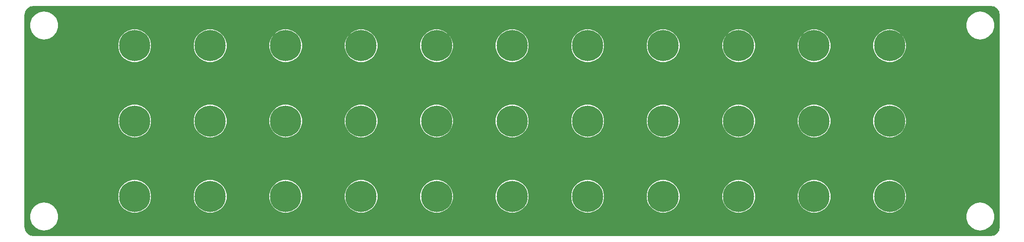
<source format=gbr>
G04 EAGLE Gerber RS-274X export*
G75*
%MOMM*%
%FSLAX34Y34*%
%LPD*%
%INTop Copper*%
%IPPOS*%
%AMOC8*
5,1,8,0,0,1.08239X$1,22.5*%
G01*
G04 Define Apertures*
%ADD10C,6.200000*%
G36*
X1700198Y-79365D02*
X1700000Y-79385D01*
X-200000Y-79385D01*
X-200198Y-79365D01*
X-207110Y-77990D01*
X-207477Y-77838D01*
X-213336Y-73923D01*
X-213617Y-73643D01*
X-217532Y-67783D01*
X-217684Y-67417D01*
X-219058Y-60505D01*
X-219078Y-60307D01*
X-219078Y360307D01*
X-219058Y360505D01*
X-217684Y367417D01*
X-217532Y367783D01*
X-213617Y373643D01*
X-213336Y373923D01*
X-207477Y377838D01*
X-207110Y377990D01*
X-200198Y379365D01*
X-200000Y379385D01*
X1700000Y379385D01*
X1700198Y379365D01*
X1707110Y377990D01*
X1707477Y377838D01*
X1713336Y373923D01*
X1713617Y373643D01*
X1717532Y367783D01*
X1717684Y367417D01*
X1719058Y360505D01*
X1719078Y360307D01*
X1719078Y-60307D01*
X1719058Y-60505D01*
X1717684Y-67417D01*
X1717532Y-67783D01*
X1713617Y-73643D01*
X1713336Y-73923D01*
X1707477Y-77838D01*
X1707110Y-77990D01*
X1700198Y-79365D01*
G37*
%LPC*%
G36*
X-189524Y314141D02*
X-180000Y312462D01*
X-170476Y314141D01*
X-162102Y318976D01*
X-155885Y326384D01*
X-152578Y335471D01*
X-152578Y345142D01*
X-155885Y354229D01*
X-162102Y361637D01*
X-170476Y366472D01*
X-180000Y368152D01*
X-189524Y366472D01*
X-197898Y361637D01*
X-204115Y354229D01*
X-207422Y345142D01*
X-207422Y335471D01*
X-204115Y326384D01*
X-197898Y318976D01*
X-189524Y314141D01*
G37*
G36*
X1670476Y314141D02*
X1680000Y312462D01*
X1689524Y314141D01*
X1697898Y318976D01*
X1704115Y326384D01*
X1707422Y335471D01*
X1707422Y345142D01*
X1704115Y354229D01*
X1697898Y361637D01*
X1689524Y366472D01*
X1680000Y368152D01*
X1670476Y366472D01*
X1662102Y361637D01*
X1655885Y354229D01*
X1652578Y345142D01*
X1652578Y335471D01*
X1655885Y326384D01*
X1662102Y318976D01*
X1670476Y314141D01*
G37*
G36*
X1495718Y267476D02*
X1504282Y267476D01*
X1512554Y269692D01*
X1519970Y273974D01*
X1526026Y280030D01*
X1530308Y287446D01*
X1532524Y295718D01*
X1532524Y304282D01*
X1530308Y312554D01*
X1526026Y319970D01*
X1519970Y326026D01*
X1512554Y330308D01*
X1504282Y332524D01*
X1495718Y332524D01*
X1487446Y330308D01*
X1480030Y326026D01*
X1473974Y319970D01*
X1469692Y312554D01*
X1467476Y304282D01*
X1467476Y295718D01*
X1469692Y287446D01*
X1473974Y280030D01*
X1480030Y273974D01*
X1487446Y269692D01*
X1495718Y267476D01*
G37*
G36*
X1345718Y267476D02*
X1354282Y267476D01*
X1362554Y269692D01*
X1369970Y273974D01*
X1376026Y280030D01*
X1380308Y287446D01*
X1382524Y295718D01*
X1382524Y304282D01*
X1380308Y312554D01*
X1376026Y319970D01*
X1369970Y326026D01*
X1362554Y330308D01*
X1354282Y332524D01*
X1345718Y332524D01*
X1337446Y330308D01*
X1330030Y326026D01*
X1323974Y319970D01*
X1319692Y312554D01*
X1317476Y304282D01*
X1317476Y295718D01*
X1319692Y287446D01*
X1323974Y280030D01*
X1330030Y273974D01*
X1337446Y269692D01*
X1345718Y267476D01*
G37*
G36*
X1195718Y267476D02*
X1204282Y267476D01*
X1212554Y269692D01*
X1219970Y273974D01*
X1226026Y280030D01*
X1230308Y287446D01*
X1232524Y295718D01*
X1232524Y304282D01*
X1230308Y312554D01*
X1226026Y319970D01*
X1219970Y326026D01*
X1212554Y330308D01*
X1204282Y332524D01*
X1195718Y332524D01*
X1187446Y330308D01*
X1180030Y326026D01*
X1173974Y319970D01*
X1169692Y312554D01*
X1167476Y304282D01*
X1167476Y295718D01*
X1169692Y287446D01*
X1173974Y280030D01*
X1180030Y273974D01*
X1187446Y269692D01*
X1195718Y267476D01*
G37*
G36*
X1045718Y267476D02*
X1054282Y267476D01*
X1062554Y269692D01*
X1069970Y273974D01*
X1076026Y280030D01*
X1080308Y287446D01*
X1082524Y295718D01*
X1082524Y304282D01*
X1080308Y312554D01*
X1076026Y319970D01*
X1069970Y326026D01*
X1062554Y330308D01*
X1054282Y332524D01*
X1045718Y332524D01*
X1037446Y330308D01*
X1030030Y326026D01*
X1023974Y319970D01*
X1019692Y312554D01*
X1017476Y304282D01*
X1017476Y295718D01*
X1019692Y287446D01*
X1023974Y280030D01*
X1030030Y273974D01*
X1037446Y269692D01*
X1045718Y267476D01*
G37*
G36*
X895718Y267476D02*
X904282Y267476D01*
X912554Y269692D01*
X919970Y273974D01*
X926026Y280030D01*
X930308Y287446D01*
X932524Y295718D01*
X932524Y304282D01*
X930308Y312554D01*
X926026Y319970D01*
X919970Y326026D01*
X912554Y330308D01*
X904282Y332524D01*
X895718Y332524D01*
X887446Y330308D01*
X880030Y326026D01*
X873974Y319970D01*
X869692Y312554D01*
X867476Y304282D01*
X867476Y295718D01*
X869692Y287446D01*
X873974Y280030D01*
X880030Y273974D01*
X887446Y269692D01*
X895718Y267476D01*
G37*
G36*
X745718Y267476D02*
X754282Y267476D01*
X762554Y269692D01*
X769970Y273974D01*
X776026Y280030D01*
X780308Y287446D01*
X782524Y295718D01*
X782524Y304282D01*
X780308Y312554D01*
X776026Y319970D01*
X769970Y326026D01*
X762554Y330308D01*
X754282Y332524D01*
X745718Y332524D01*
X737446Y330308D01*
X730030Y326026D01*
X723974Y319970D01*
X719692Y312554D01*
X717476Y304282D01*
X717476Y295718D01*
X719692Y287446D01*
X723974Y280030D01*
X730030Y273974D01*
X737446Y269692D01*
X745718Y267476D01*
G37*
G36*
X595718Y267476D02*
X604282Y267476D01*
X612554Y269692D01*
X619970Y273974D01*
X626026Y280030D01*
X630308Y287446D01*
X632524Y295718D01*
X632524Y304282D01*
X630308Y312554D01*
X626026Y319970D01*
X619970Y326026D01*
X612554Y330308D01*
X604282Y332524D01*
X595718Y332524D01*
X587446Y330308D01*
X580030Y326026D01*
X573974Y319970D01*
X569692Y312554D01*
X567476Y304282D01*
X567476Y295718D01*
X569692Y287446D01*
X573974Y280030D01*
X580030Y273974D01*
X587446Y269692D01*
X595718Y267476D01*
G37*
G36*
X445718Y267476D02*
X454282Y267476D01*
X462554Y269692D01*
X469970Y273974D01*
X476026Y280030D01*
X480308Y287446D01*
X482524Y295718D01*
X482524Y304282D01*
X480308Y312554D01*
X476026Y319970D01*
X469970Y326026D01*
X462554Y330308D01*
X454282Y332524D01*
X445718Y332524D01*
X437446Y330308D01*
X430030Y326026D01*
X423974Y319970D01*
X419692Y312554D01*
X417476Y304282D01*
X417476Y295718D01*
X419692Y287446D01*
X423974Y280030D01*
X430030Y273974D01*
X437446Y269692D01*
X445718Y267476D01*
G37*
G36*
X295718Y267476D02*
X304282Y267476D01*
X312554Y269692D01*
X319970Y273974D01*
X326026Y280030D01*
X330308Y287446D01*
X332524Y295718D01*
X332524Y304282D01*
X330308Y312554D01*
X326026Y319970D01*
X319970Y326026D01*
X312554Y330308D01*
X304282Y332524D01*
X295718Y332524D01*
X287446Y330308D01*
X280030Y326026D01*
X273974Y319970D01*
X269692Y312554D01*
X267476Y304282D01*
X267476Y295718D01*
X269692Y287446D01*
X273974Y280030D01*
X280030Y273974D01*
X287446Y269692D01*
X295718Y267476D01*
G37*
G36*
X145718Y267476D02*
X154282Y267476D01*
X162554Y269692D01*
X169970Y273974D01*
X176026Y280030D01*
X180308Y287446D01*
X182524Y295718D01*
X182524Y304282D01*
X180308Y312554D01*
X176026Y319970D01*
X169970Y326026D01*
X162554Y330308D01*
X154282Y332524D01*
X145718Y332524D01*
X137446Y330308D01*
X130030Y326026D01*
X123974Y319970D01*
X119692Y312554D01*
X117476Y304282D01*
X117476Y295718D01*
X119692Y287446D01*
X123974Y280030D01*
X130030Y273974D01*
X137446Y269692D01*
X145718Y267476D01*
G37*
G36*
X-4282Y267476D02*
X4282Y267476D01*
X12554Y269692D01*
X19970Y273974D01*
X26026Y280030D01*
X30308Y287446D01*
X32524Y295718D01*
X32524Y304282D01*
X30308Y312554D01*
X26026Y319970D01*
X19970Y326026D01*
X12554Y330308D01*
X4282Y332524D01*
X-4282Y332524D01*
X-12554Y330308D01*
X-19970Y326026D01*
X-26026Y319970D01*
X-30308Y312554D01*
X-32524Y304282D01*
X-32524Y295718D01*
X-30308Y287446D01*
X-26026Y280030D01*
X-19970Y273974D01*
X-12554Y269692D01*
X-4282Y267476D01*
G37*
G36*
X1495718Y117476D02*
X1504282Y117476D01*
X1512554Y119692D01*
X1519970Y123974D01*
X1526026Y130030D01*
X1530308Y137446D01*
X1532524Y145718D01*
X1532524Y154282D01*
X1530308Y162554D01*
X1526026Y169970D01*
X1519970Y176026D01*
X1512554Y180308D01*
X1504282Y182524D01*
X1495718Y182524D01*
X1487446Y180308D01*
X1480030Y176026D01*
X1473974Y169970D01*
X1469692Y162554D01*
X1467476Y154282D01*
X1467476Y145718D01*
X1469692Y137446D01*
X1473974Y130030D01*
X1480030Y123974D01*
X1487446Y119692D01*
X1495718Y117476D01*
G37*
G36*
X1345718Y117476D02*
X1354282Y117476D01*
X1362554Y119692D01*
X1369970Y123974D01*
X1376026Y130030D01*
X1380308Y137446D01*
X1382524Y145718D01*
X1382524Y154282D01*
X1380308Y162554D01*
X1376026Y169970D01*
X1369970Y176026D01*
X1362554Y180308D01*
X1354282Y182524D01*
X1345718Y182524D01*
X1337446Y180308D01*
X1330030Y176026D01*
X1323974Y169970D01*
X1319692Y162554D01*
X1317476Y154282D01*
X1317476Y145718D01*
X1319692Y137446D01*
X1323974Y130030D01*
X1330030Y123974D01*
X1337446Y119692D01*
X1345718Y117476D01*
G37*
G36*
X1195718Y117476D02*
X1204282Y117476D01*
X1212554Y119692D01*
X1219970Y123974D01*
X1226026Y130030D01*
X1230308Y137446D01*
X1232524Y145718D01*
X1232524Y154282D01*
X1230308Y162554D01*
X1226026Y169970D01*
X1219970Y176026D01*
X1212554Y180308D01*
X1204282Y182524D01*
X1195718Y182524D01*
X1187446Y180308D01*
X1180030Y176026D01*
X1173974Y169970D01*
X1169692Y162554D01*
X1167476Y154282D01*
X1167476Y145718D01*
X1169692Y137446D01*
X1173974Y130030D01*
X1180030Y123974D01*
X1187446Y119692D01*
X1195718Y117476D01*
G37*
G36*
X1045718Y117476D02*
X1054282Y117476D01*
X1062554Y119692D01*
X1069970Y123974D01*
X1076026Y130030D01*
X1080308Y137446D01*
X1082524Y145718D01*
X1082524Y154282D01*
X1080308Y162554D01*
X1076026Y169970D01*
X1069970Y176026D01*
X1062554Y180308D01*
X1054282Y182524D01*
X1045718Y182524D01*
X1037446Y180308D01*
X1030030Y176026D01*
X1023974Y169970D01*
X1019692Y162554D01*
X1017476Y154282D01*
X1017476Y145718D01*
X1019692Y137446D01*
X1023974Y130030D01*
X1030030Y123974D01*
X1037446Y119692D01*
X1045718Y117476D01*
G37*
G36*
X895718Y117476D02*
X904282Y117476D01*
X912554Y119692D01*
X919970Y123974D01*
X926026Y130030D01*
X930308Y137446D01*
X932524Y145718D01*
X932524Y154282D01*
X930308Y162554D01*
X926026Y169970D01*
X919970Y176026D01*
X912554Y180308D01*
X904282Y182524D01*
X895718Y182524D01*
X887446Y180308D01*
X880030Y176026D01*
X873974Y169970D01*
X869692Y162554D01*
X867476Y154282D01*
X867476Y145718D01*
X869692Y137446D01*
X873974Y130030D01*
X880030Y123974D01*
X887446Y119692D01*
X895718Y117476D01*
G37*
G36*
X745718Y117476D02*
X754282Y117476D01*
X762554Y119692D01*
X769970Y123974D01*
X776026Y130030D01*
X780308Y137446D01*
X782524Y145718D01*
X782524Y154282D01*
X780308Y162554D01*
X776026Y169970D01*
X769970Y176026D01*
X762554Y180308D01*
X754282Y182524D01*
X745718Y182524D01*
X737446Y180308D01*
X730030Y176026D01*
X723974Y169970D01*
X719692Y162554D01*
X717476Y154282D01*
X717476Y145718D01*
X719692Y137446D01*
X723974Y130030D01*
X730030Y123974D01*
X737446Y119692D01*
X745718Y117476D01*
G37*
G36*
X595718Y117476D02*
X604282Y117476D01*
X612554Y119692D01*
X619970Y123974D01*
X626026Y130030D01*
X630308Y137446D01*
X632524Y145718D01*
X632524Y154282D01*
X630308Y162554D01*
X626026Y169970D01*
X619970Y176026D01*
X612554Y180308D01*
X604282Y182524D01*
X595718Y182524D01*
X587446Y180308D01*
X580030Y176026D01*
X573974Y169970D01*
X569692Y162554D01*
X567476Y154282D01*
X567476Y145718D01*
X569692Y137446D01*
X573974Y130030D01*
X580030Y123974D01*
X587446Y119692D01*
X595718Y117476D01*
G37*
G36*
X445718Y117476D02*
X454282Y117476D01*
X462554Y119692D01*
X469970Y123974D01*
X476026Y130030D01*
X480308Y137446D01*
X482524Y145718D01*
X482524Y154282D01*
X480308Y162554D01*
X476026Y169970D01*
X469970Y176026D01*
X462554Y180308D01*
X454282Y182524D01*
X445718Y182524D01*
X437446Y180308D01*
X430030Y176026D01*
X423974Y169970D01*
X419692Y162554D01*
X417476Y154282D01*
X417476Y145718D01*
X419692Y137446D01*
X423974Y130030D01*
X430030Y123974D01*
X437446Y119692D01*
X445718Y117476D01*
G37*
G36*
X295718Y117476D02*
X304282Y117476D01*
X312554Y119692D01*
X319970Y123974D01*
X326026Y130030D01*
X330308Y137446D01*
X332524Y145718D01*
X332524Y154282D01*
X330308Y162554D01*
X326026Y169970D01*
X319970Y176026D01*
X312554Y180308D01*
X304282Y182524D01*
X295718Y182524D01*
X287446Y180308D01*
X280030Y176026D01*
X273974Y169970D01*
X269692Y162554D01*
X267476Y154282D01*
X267476Y145718D01*
X269692Y137446D01*
X273974Y130030D01*
X280030Y123974D01*
X287446Y119692D01*
X295718Y117476D01*
G37*
G36*
X145718Y117476D02*
X154282Y117476D01*
X162554Y119692D01*
X169970Y123974D01*
X176026Y130030D01*
X180308Y137446D01*
X182524Y145718D01*
X182524Y154282D01*
X180308Y162554D01*
X176026Y169970D01*
X169970Y176026D01*
X162554Y180308D01*
X154282Y182524D01*
X145718Y182524D01*
X137446Y180308D01*
X130030Y176026D01*
X123974Y169970D01*
X119692Y162554D01*
X117476Y154282D01*
X117476Y145718D01*
X119692Y137446D01*
X123974Y130030D01*
X130030Y123974D01*
X137446Y119692D01*
X145718Y117476D01*
G37*
G36*
X-4282Y117476D02*
X4282Y117476D01*
X12554Y119692D01*
X19970Y123974D01*
X26026Y130030D01*
X30308Y137446D01*
X32524Y145718D01*
X32524Y154282D01*
X30308Y162554D01*
X26026Y169970D01*
X19970Y176026D01*
X12554Y180308D01*
X4282Y182524D01*
X-4282Y182524D01*
X-12554Y180308D01*
X-19970Y176026D01*
X-26026Y169970D01*
X-30308Y162554D01*
X-32524Y154282D01*
X-32524Y145718D01*
X-30308Y137446D01*
X-26026Y130030D01*
X-19970Y123974D01*
X-12554Y119692D01*
X-4282Y117476D01*
G37*
G36*
X1495718Y-32524D02*
X1504282Y-32524D01*
X1512554Y-30308D01*
X1519970Y-26026D01*
X1526026Y-19970D01*
X1530308Y-12554D01*
X1532524Y-4282D01*
X1532524Y4282D01*
X1530308Y12554D01*
X1526026Y19970D01*
X1519970Y26026D01*
X1512554Y30308D01*
X1504282Y32524D01*
X1495718Y32524D01*
X1487446Y30308D01*
X1480030Y26026D01*
X1473974Y19970D01*
X1469692Y12554D01*
X1467476Y4282D01*
X1467476Y-4282D01*
X1469692Y-12554D01*
X1473974Y-19970D01*
X1480030Y-26026D01*
X1487446Y-30308D01*
X1495718Y-32524D01*
G37*
G36*
X1345718Y-32524D02*
X1354282Y-32524D01*
X1362554Y-30308D01*
X1369970Y-26026D01*
X1376026Y-19970D01*
X1380308Y-12554D01*
X1382524Y-4282D01*
X1382524Y4282D01*
X1380308Y12554D01*
X1376026Y19970D01*
X1369970Y26026D01*
X1362554Y30308D01*
X1354282Y32524D01*
X1345718Y32524D01*
X1337446Y30308D01*
X1330030Y26026D01*
X1323974Y19970D01*
X1319692Y12554D01*
X1317476Y4282D01*
X1317476Y-4282D01*
X1319692Y-12554D01*
X1323974Y-19970D01*
X1330030Y-26026D01*
X1337446Y-30308D01*
X1345718Y-32524D01*
G37*
G36*
X1195718Y-32524D02*
X1204282Y-32524D01*
X1212554Y-30308D01*
X1219970Y-26026D01*
X1226026Y-19970D01*
X1230308Y-12554D01*
X1232524Y-4282D01*
X1232524Y4282D01*
X1230308Y12554D01*
X1226026Y19970D01*
X1219970Y26026D01*
X1212554Y30308D01*
X1204282Y32524D01*
X1195718Y32524D01*
X1187446Y30308D01*
X1180030Y26026D01*
X1173974Y19970D01*
X1169692Y12554D01*
X1167476Y4282D01*
X1167476Y-4282D01*
X1169692Y-12554D01*
X1173974Y-19970D01*
X1180030Y-26026D01*
X1187446Y-30308D01*
X1195718Y-32524D01*
G37*
G36*
X1045718Y-32524D02*
X1054282Y-32524D01*
X1062554Y-30308D01*
X1069970Y-26026D01*
X1076026Y-19970D01*
X1080308Y-12554D01*
X1082524Y-4282D01*
X1082524Y4282D01*
X1080308Y12554D01*
X1076026Y19970D01*
X1069970Y26026D01*
X1062554Y30308D01*
X1054282Y32524D01*
X1045718Y32524D01*
X1037446Y30308D01*
X1030030Y26026D01*
X1023974Y19970D01*
X1019692Y12554D01*
X1017476Y4282D01*
X1017476Y-4282D01*
X1019692Y-12554D01*
X1023974Y-19970D01*
X1030030Y-26026D01*
X1037446Y-30308D01*
X1045718Y-32524D01*
G37*
G36*
X895718Y-32524D02*
X904282Y-32524D01*
X912554Y-30308D01*
X919970Y-26026D01*
X926026Y-19970D01*
X930308Y-12554D01*
X932524Y-4282D01*
X932524Y4282D01*
X930308Y12554D01*
X926026Y19970D01*
X919970Y26026D01*
X912554Y30308D01*
X904282Y32524D01*
X895718Y32524D01*
X887446Y30308D01*
X880030Y26026D01*
X873974Y19970D01*
X869692Y12554D01*
X867476Y4282D01*
X867476Y-4282D01*
X869692Y-12554D01*
X873974Y-19970D01*
X880030Y-26026D01*
X887446Y-30308D01*
X895718Y-32524D01*
G37*
G36*
X745718Y-32524D02*
X754282Y-32524D01*
X762554Y-30308D01*
X769970Y-26026D01*
X776026Y-19970D01*
X780308Y-12554D01*
X782524Y-4282D01*
X782524Y4282D01*
X780308Y12554D01*
X776026Y19970D01*
X769970Y26026D01*
X762554Y30308D01*
X754282Y32524D01*
X745718Y32524D01*
X737446Y30308D01*
X730030Y26026D01*
X723974Y19970D01*
X719692Y12554D01*
X717476Y4282D01*
X717476Y-4282D01*
X719692Y-12554D01*
X723974Y-19970D01*
X730030Y-26026D01*
X737446Y-30308D01*
X745718Y-32524D01*
G37*
G36*
X595718Y-32524D02*
X604282Y-32524D01*
X612554Y-30308D01*
X619970Y-26026D01*
X626026Y-19970D01*
X630308Y-12554D01*
X632524Y-4282D01*
X632524Y4282D01*
X630308Y12554D01*
X626026Y19970D01*
X619970Y26026D01*
X612554Y30308D01*
X604282Y32524D01*
X595718Y32524D01*
X587446Y30308D01*
X580030Y26026D01*
X573974Y19970D01*
X569692Y12554D01*
X567476Y4282D01*
X567476Y-4282D01*
X569692Y-12554D01*
X573974Y-19970D01*
X580030Y-26026D01*
X587446Y-30308D01*
X595718Y-32524D01*
G37*
G36*
X445718Y-32524D02*
X454282Y-32524D01*
X462554Y-30308D01*
X469970Y-26026D01*
X476026Y-19970D01*
X480308Y-12554D01*
X482524Y-4282D01*
X482524Y4282D01*
X480308Y12554D01*
X476026Y19970D01*
X469970Y26026D01*
X462554Y30308D01*
X454282Y32524D01*
X445718Y32524D01*
X437446Y30308D01*
X430030Y26026D01*
X423974Y19970D01*
X419692Y12554D01*
X417476Y4282D01*
X417476Y-4282D01*
X419692Y-12554D01*
X423974Y-19970D01*
X430030Y-26026D01*
X437446Y-30308D01*
X445718Y-32524D01*
G37*
G36*
X295718Y-32524D02*
X304282Y-32524D01*
X312554Y-30308D01*
X319970Y-26026D01*
X326026Y-19970D01*
X330308Y-12554D01*
X332524Y-4282D01*
X332524Y4282D01*
X330308Y12554D01*
X326026Y19970D01*
X319970Y26026D01*
X312554Y30308D01*
X304282Y32524D01*
X295718Y32524D01*
X287446Y30308D01*
X280030Y26026D01*
X273974Y19970D01*
X269692Y12554D01*
X267476Y4282D01*
X267476Y-4282D01*
X269692Y-12554D01*
X273974Y-19970D01*
X280030Y-26026D01*
X287446Y-30308D01*
X295718Y-32524D01*
G37*
G36*
X145718Y-32524D02*
X154282Y-32524D01*
X162554Y-30308D01*
X169970Y-26026D01*
X176026Y-19970D01*
X180308Y-12554D01*
X182524Y-4282D01*
X182524Y4282D01*
X180308Y12554D01*
X176026Y19970D01*
X169970Y26026D01*
X162554Y30308D01*
X154282Y32524D01*
X145718Y32524D01*
X137446Y30308D01*
X130030Y26026D01*
X123974Y19970D01*
X119692Y12554D01*
X117476Y4282D01*
X117476Y-4282D01*
X119692Y-12554D01*
X123974Y-19970D01*
X130030Y-26026D01*
X137446Y-30308D01*
X145718Y-32524D01*
G37*
G36*
X-4282Y-32524D02*
X4282Y-32524D01*
X12554Y-30308D01*
X19970Y-26026D01*
X26026Y-19970D01*
X30308Y-12554D01*
X32524Y-4282D01*
X32524Y4282D01*
X30308Y12554D01*
X26026Y19970D01*
X19970Y26026D01*
X12554Y30308D01*
X4282Y32524D01*
X-4282Y32524D01*
X-12554Y30308D01*
X-19970Y26026D01*
X-26026Y19970D01*
X-30308Y12554D01*
X-32524Y4282D01*
X-32524Y-4282D01*
X-30308Y-12554D01*
X-26026Y-19970D01*
X-19970Y-26026D01*
X-12554Y-30308D01*
X-4282Y-32524D01*
G37*
G36*
X-189524Y-66472D02*
X-180000Y-68152D01*
X-170476Y-66472D01*
X-162102Y-61637D01*
X-155885Y-54229D01*
X-152578Y-45142D01*
X-152578Y-35471D01*
X-155885Y-26384D01*
X-162102Y-18976D01*
X-170476Y-14141D01*
X-180000Y-12462D01*
X-189524Y-14141D01*
X-197898Y-18976D01*
X-204115Y-26384D01*
X-207422Y-35471D01*
X-207422Y-45142D01*
X-204115Y-54229D01*
X-197898Y-61637D01*
X-189524Y-66472D01*
G37*
G36*
X1670476Y-66472D02*
X1680000Y-68152D01*
X1689524Y-66472D01*
X1697898Y-61637D01*
X1704115Y-54229D01*
X1707422Y-45142D01*
X1707422Y-35471D01*
X1704115Y-26384D01*
X1697898Y-18976D01*
X1689524Y-14141D01*
X1680000Y-12462D01*
X1670476Y-14141D01*
X1662102Y-18976D01*
X1655885Y-26384D01*
X1652578Y-35471D01*
X1652578Y-45142D01*
X1655885Y-54229D01*
X1662102Y-61637D01*
X1670476Y-66472D01*
G37*
%LPD*%
D10*
X0Y0D03*
X150000Y0D03*
X300000Y0D03*
X450000Y0D03*
X600000Y0D03*
X750000Y0D03*
X900000Y0D03*
X1050000Y0D03*
X1200000Y0D03*
X1350000Y0D03*
X1500000Y0D03*
X0Y150000D03*
X150000Y150000D03*
X300000Y150000D03*
X450000Y150000D03*
X600000Y150000D03*
X750000Y150000D03*
X900000Y150000D03*
X1050000Y150000D03*
X1200000Y150000D03*
X1350000Y150000D03*
X1500000Y150000D03*
X0Y300000D03*
X150000Y300000D03*
X300000Y300000D03*
X450000Y300000D03*
X600000Y300000D03*
X750000Y300000D03*
X900000Y300000D03*
X1050000Y300000D03*
X1200000Y300000D03*
X1350000Y300000D03*
X1500000Y300000D03*
M02*

</source>
